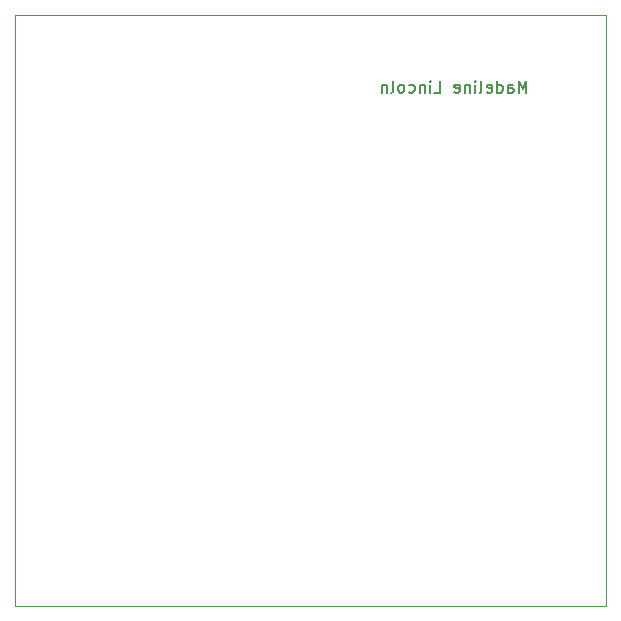
<source format=gbr>
%TF.GenerationSoftware,KiCad,Pcbnew,7.0.1*%
%TF.CreationDate,2023-04-22T15:39:36-05:00*%
%TF.ProjectId,HW4,4857342e-6b69-4636-9164-5f7063625858,rev?*%
%TF.SameCoordinates,Original*%
%TF.FileFunction,Legend,Bot*%
%TF.FilePolarity,Positive*%
%FSLAX46Y46*%
G04 Gerber Fmt 4.6, Leading zero omitted, Abs format (unit mm)*
G04 Created by KiCad (PCBNEW 7.0.1) date 2023-04-22 15:39:36*
%MOMM*%
%LPD*%
G01*
G04 APERTURE LIST*
%ADD10C,0.150000*%
%TA.AperFunction,Profile*%
%ADD11C,0.100000*%
%TD*%
G04 APERTURE END LIST*
D10*
X143271904Y-106557619D02*
X143271904Y-105557619D01*
X143271904Y-105557619D02*
X142938571Y-106271904D01*
X142938571Y-106271904D02*
X142605238Y-105557619D01*
X142605238Y-105557619D02*
X142605238Y-106557619D01*
X141700476Y-106557619D02*
X141700476Y-106033809D01*
X141700476Y-106033809D02*
X141748095Y-105938571D01*
X141748095Y-105938571D02*
X141843333Y-105890952D01*
X141843333Y-105890952D02*
X142033809Y-105890952D01*
X142033809Y-105890952D02*
X142129047Y-105938571D01*
X141700476Y-106510000D02*
X141795714Y-106557619D01*
X141795714Y-106557619D02*
X142033809Y-106557619D01*
X142033809Y-106557619D02*
X142129047Y-106510000D01*
X142129047Y-106510000D02*
X142176666Y-106414761D01*
X142176666Y-106414761D02*
X142176666Y-106319523D01*
X142176666Y-106319523D02*
X142129047Y-106224285D01*
X142129047Y-106224285D02*
X142033809Y-106176666D01*
X142033809Y-106176666D02*
X141795714Y-106176666D01*
X141795714Y-106176666D02*
X141700476Y-106129047D01*
X140795714Y-106557619D02*
X140795714Y-105557619D01*
X140795714Y-106510000D02*
X140890952Y-106557619D01*
X140890952Y-106557619D02*
X141081428Y-106557619D01*
X141081428Y-106557619D02*
X141176666Y-106510000D01*
X141176666Y-106510000D02*
X141224285Y-106462380D01*
X141224285Y-106462380D02*
X141271904Y-106367142D01*
X141271904Y-106367142D02*
X141271904Y-106081428D01*
X141271904Y-106081428D02*
X141224285Y-105986190D01*
X141224285Y-105986190D02*
X141176666Y-105938571D01*
X141176666Y-105938571D02*
X141081428Y-105890952D01*
X141081428Y-105890952D02*
X140890952Y-105890952D01*
X140890952Y-105890952D02*
X140795714Y-105938571D01*
X139938571Y-106510000D02*
X140033809Y-106557619D01*
X140033809Y-106557619D02*
X140224285Y-106557619D01*
X140224285Y-106557619D02*
X140319523Y-106510000D01*
X140319523Y-106510000D02*
X140367142Y-106414761D01*
X140367142Y-106414761D02*
X140367142Y-106033809D01*
X140367142Y-106033809D02*
X140319523Y-105938571D01*
X140319523Y-105938571D02*
X140224285Y-105890952D01*
X140224285Y-105890952D02*
X140033809Y-105890952D01*
X140033809Y-105890952D02*
X139938571Y-105938571D01*
X139938571Y-105938571D02*
X139890952Y-106033809D01*
X139890952Y-106033809D02*
X139890952Y-106129047D01*
X139890952Y-106129047D02*
X140367142Y-106224285D01*
X139319523Y-106557619D02*
X139414761Y-106510000D01*
X139414761Y-106510000D02*
X139462380Y-106414761D01*
X139462380Y-106414761D02*
X139462380Y-105557619D01*
X138938570Y-106557619D02*
X138938570Y-105890952D01*
X138938570Y-105557619D02*
X138986189Y-105605238D01*
X138986189Y-105605238D02*
X138938570Y-105652857D01*
X138938570Y-105652857D02*
X138890951Y-105605238D01*
X138890951Y-105605238D02*
X138938570Y-105557619D01*
X138938570Y-105557619D02*
X138938570Y-105652857D01*
X138462380Y-105890952D02*
X138462380Y-106557619D01*
X138462380Y-105986190D02*
X138414761Y-105938571D01*
X138414761Y-105938571D02*
X138319523Y-105890952D01*
X138319523Y-105890952D02*
X138176666Y-105890952D01*
X138176666Y-105890952D02*
X138081428Y-105938571D01*
X138081428Y-105938571D02*
X138033809Y-106033809D01*
X138033809Y-106033809D02*
X138033809Y-106557619D01*
X137176666Y-106510000D02*
X137271904Y-106557619D01*
X137271904Y-106557619D02*
X137462380Y-106557619D01*
X137462380Y-106557619D02*
X137557618Y-106510000D01*
X137557618Y-106510000D02*
X137605237Y-106414761D01*
X137605237Y-106414761D02*
X137605237Y-106033809D01*
X137605237Y-106033809D02*
X137557618Y-105938571D01*
X137557618Y-105938571D02*
X137462380Y-105890952D01*
X137462380Y-105890952D02*
X137271904Y-105890952D01*
X137271904Y-105890952D02*
X137176666Y-105938571D01*
X137176666Y-105938571D02*
X137129047Y-106033809D01*
X137129047Y-106033809D02*
X137129047Y-106129047D01*
X137129047Y-106129047D02*
X137605237Y-106224285D01*
X135462380Y-106557619D02*
X135938570Y-106557619D01*
X135938570Y-106557619D02*
X135938570Y-105557619D01*
X135129046Y-106557619D02*
X135129046Y-105890952D01*
X135129046Y-105557619D02*
X135176665Y-105605238D01*
X135176665Y-105605238D02*
X135129046Y-105652857D01*
X135129046Y-105652857D02*
X135081427Y-105605238D01*
X135081427Y-105605238D02*
X135129046Y-105557619D01*
X135129046Y-105557619D02*
X135129046Y-105652857D01*
X134652856Y-105890952D02*
X134652856Y-106557619D01*
X134652856Y-105986190D02*
X134605237Y-105938571D01*
X134605237Y-105938571D02*
X134509999Y-105890952D01*
X134509999Y-105890952D02*
X134367142Y-105890952D01*
X134367142Y-105890952D02*
X134271904Y-105938571D01*
X134271904Y-105938571D02*
X134224285Y-106033809D01*
X134224285Y-106033809D02*
X134224285Y-106557619D01*
X133319523Y-106510000D02*
X133414761Y-106557619D01*
X133414761Y-106557619D02*
X133605237Y-106557619D01*
X133605237Y-106557619D02*
X133700475Y-106510000D01*
X133700475Y-106510000D02*
X133748094Y-106462380D01*
X133748094Y-106462380D02*
X133795713Y-106367142D01*
X133795713Y-106367142D02*
X133795713Y-106081428D01*
X133795713Y-106081428D02*
X133748094Y-105986190D01*
X133748094Y-105986190D02*
X133700475Y-105938571D01*
X133700475Y-105938571D02*
X133605237Y-105890952D01*
X133605237Y-105890952D02*
X133414761Y-105890952D01*
X133414761Y-105890952D02*
X133319523Y-105938571D01*
X132748094Y-106557619D02*
X132843332Y-106510000D01*
X132843332Y-106510000D02*
X132890951Y-106462380D01*
X132890951Y-106462380D02*
X132938570Y-106367142D01*
X132938570Y-106367142D02*
X132938570Y-106081428D01*
X132938570Y-106081428D02*
X132890951Y-105986190D01*
X132890951Y-105986190D02*
X132843332Y-105938571D01*
X132843332Y-105938571D02*
X132748094Y-105890952D01*
X132748094Y-105890952D02*
X132605237Y-105890952D01*
X132605237Y-105890952D02*
X132509999Y-105938571D01*
X132509999Y-105938571D02*
X132462380Y-105986190D01*
X132462380Y-105986190D02*
X132414761Y-106081428D01*
X132414761Y-106081428D02*
X132414761Y-106367142D01*
X132414761Y-106367142D02*
X132462380Y-106462380D01*
X132462380Y-106462380D02*
X132509999Y-106510000D01*
X132509999Y-106510000D02*
X132605237Y-106557619D01*
X132605237Y-106557619D02*
X132748094Y-106557619D01*
X131843332Y-106557619D02*
X131938570Y-106510000D01*
X131938570Y-106510000D02*
X131986189Y-106414761D01*
X131986189Y-106414761D02*
X131986189Y-105557619D01*
X131462379Y-105890952D02*
X131462379Y-106557619D01*
X131462379Y-105986190D02*
X131414760Y-105938571D01*
X131414760Y-105938571D02*
X131319522Y-105890952D01*
X131319522Y-105890952D02*
X131176665Y-105890952D01*
X131176665Y-105890952D02*
X131081427Y-105938571D01*
X131081427Y-105938571D02*
X131033808Y-106033809D01*
X131033808Y-106033809D02*
X131033808Y-106557619D01*
D11*
X150000000Y-150000000D02*
X150000000Y-100000000D01*
X150000000Y-100000000D02*
X100000000Y-100000000D01*
X100000000Y-100000000D02*
X100000000Y-150000000D01*
X100000000Y-150000000D02*
X150000000Y-150000000D01*
M02*

</source>
